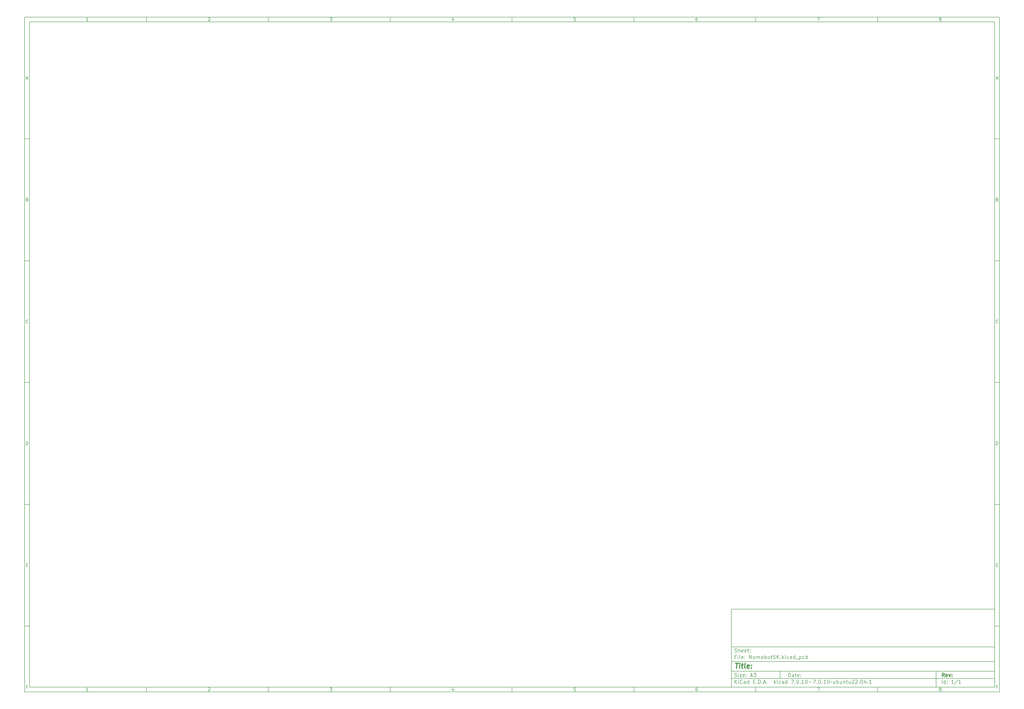
<source format=gbr>
%TF.GenerationSoftware,KiCad,Pcbnew,7.0.10-7.0.10~ubuntu22.04.1*%
%TF.CreationDate,2024-02-07T11:44:01+07:00*%
%TF.ProjectId,NomobotSK,4e6f6d6f-626f-4745-934b-2e6b69636164,rev?*%
%TF.SameCoordinates,Original*%
%TF.FileFunction,Glue,Top*%
%TF.FilePolarity,Positive*%
%FSLAX46Y46*%
G04 Gerber Fmt 4.6, Leading zero omitted, Abs format (unit mm)*
G04 Created by KiCad (PCBNEW 7.0.10-7.0.10~ubuntu22.04.1) date 2024-02-07 11:44:01*
%MOMM*%
%LPD*%
G01*
G04 APERTURE LIST*
%ADD10C,0.100000*%
%ADD11C,0.150000*%
%ADD12C,0.300000*%
%ADD13C,0.400000*%
G04 APERTURE END LIST*
D10*
D11*
X299989000Y-253002200D02*
X407989000Y-253002200D01*
X407989000Y-285002200D01*
X299989000Y-285002200D01*
X299989000Y-253002200D01*
D10*
D11*
X10000000Y-10000000D02*
X409989000Y-10000000D01*
X409989000Y-287002200D01*
X10000000Y-287002200D01*
X10000000Y-10000000D01*
D10*
D11*
X12000000Y-12000000D02*
X407989000Y-12000000D01*
X407989000Y-285002200D01*
X12000000Y-285002200D01*
X12000000Y-12000000D01*
D10*
D11*
X60000000Y-12000000D02*
X60000000Y-10000000D01*
D10*
D11*
X110000000Y-12000000D02*
X110000000Y-10000000D01*
D10*
D11*
X160000000Y-12000000D02*
X160000000Y-10000000D01*
D10*
D11*
X210000000Y-12000000D02*
X210000000Y-10000000D01*
D10*
D11*
X260000000Y-12000000D02*
X260000000Y-10000000D01*
D10*
D11*
X310000000Y-12000000D02*
X310000000Y-10000000D01*
D10*
D11*
X360000000Y-12000000D02*
X360000000Y-10000000D01*
D10*
D11*
X36089160Y-11593604D02*
X35346303Y-11593604D01*
X35717731Y-11593604D02*
X35717731Y-10293604D01*
X35717731Y-10293604D02*
X35593922Y-10479319D01*
X35593922Y-10479319D02*
X35470112Y-10603128D01*
X35470112Y-10603128D02*
X35346303Y-10665033D01*
D10*
D11*
X85346303Y-10417414D02*
X85408207Y-10355509D01*
X85408207Y-10355509D02*
X85532017Y-10293604D01*
X85532017Y-10293604D02*
X85841541Y-10293604D01*
X85841541Y-10293604D02*
X85965350Y-10355509D01*
X85965350Y-10355509D02*
X86027255Y-10417414D01*
X86027255Y-10417414D02*
X86089160Y-10541223D01*
X86089160Y-10541223D02*
X86089160Y-10665033D01*
X86089160Y-10665033D02*
X86027255Y-10850747D01*
X86027255Y-10850747D02*
X85284398Y-11593604D01*
X85284398Y-11593604D02*
X86089160Y-11593604D01*
D10*
D11*
X135284398Y-10293604D02*
X136089160Y-10293604D01*
X136089160Y-10293604D02*
X135655826Y-10788842D01*
X135655826Y-10788842D02*
X135841541Y-10788842D01*
X135841541Y-10788842D02*
X135965350Y-10850747D01*
X135965350Y-10850747D02*
X136027255Y-10912652D01*
X136027255Y-10912652D02*
X136089160Y-11036461D01*
X136089160Y-11036461D02*
X136089160Y-11345985D01*
X136089160Y-11345985D02*
X136027255Y-11469795D01*
X136027255Y-11469795D02*
X135965350Y-11531700D01*
X135965350Y-11531700D02*
X135841541Y-11593604D01*
X135841541Y-11593604D02*
X135470112Y-11593604D01*
X135470112Y-11593604D02*
X135346303Y-11531700D01*
X135346303Y-11531700D02*
X135284398Y-11469795D01*
D10*
D11*
X185965350Y-10726938D02*
X185965350Y-11593604D01*
X185655826Y-10231700D02*
X185346303Y-11160271D01*
X185346303Y-11160271D02*
X186151064Y-11160271D01*
D10*
D11*
X236027255Y-10293604D02*
X235408207Y-10293604D01*
X235408207Y-10293604D02*
X235346303Y-10912652D01*
X235346303Y-10912652D02*
X235408207Y-10850747D01*
X235408207Y-10850747D02*
X235532017Y-10788842D01*
X235532017Y-10788842D02*
X235841541Y-10788842D01*
X235841541Y-10788842D02*
X235965350Y-10850747D01*
X235965350Y-10850747D02*
X236027255Y-10912652D01*
X236027255Y-10912652D02*
X236089160Y-11036461D01*
X236089160Y-11036461D02*
X236089160Y-11345985D01*
X236089160Y-11345985D02*
X236027255Y-11469795D01*
X236027255Y-11469795D02*
X235965350Y-11531700D01*
X235965350Y-11531700D02*
X235841541Y-11593604D01*
X235841541Y-11593604D02*
X235532017Y-11593604D01*
X235532017Y-11593604D02*
X235408207Y-11531700D01*
X235408207Y-11531700D02*
X235346303Y-11469795D01*
D10*
D11*
X285965350Y-10293604D02*
X285717731Y-10293604D01*
X285717731Y-10293604D02*
X285593922Y-10355509D01*
X285593922Y-10355509D02*
X285532017Y-10417414D01*
X285532017Y-10417414D02*
X285408207Y-10603128D01*
X285408207Y-10603128D02*
X285346303Y-10850747D01*
X285346303Y-10850747D02*
X285346303Y-11345985D01*
X285346303Y-11345985D02*
X285408207Y-11469795D01*
X285408207Y-11469795D02*
X285470112Y-11531700D01*
X285470112Y-11531700D02*
X285593922Y-11593604D01*
X285593922Y-11593604D02*
X285841541Y-11593604D01*
X285841541Y-11593604D02*
X285965350Y-11531700D01*
X285965350Y-11531700D02*
X286027255Y-11469795D01*
X286027255Y-11469795D02*
X286089160Y-11345985D01*
X286089160Y-11345985D02*
X286089160Y-11036461D01*
X286089160Y-11036461D02*
X286027255Y-10912652D01*
X286027255Y-10912652D02*
X285965350Y-10850747D01*
X285965350Y-10850747D02*
X285841541Y-10788842D01*
X285841541Y-10788842D02*
X285593922Y-10788842D01*
X285593922Y-10788842D02*
X285470112Y-10850747D01*
X285470112Y-10850747D02*
X285408207Y-10912652D01*
X285408207Y-10912652D02*
X285346303Y-11036461D01*
D10*
D11*
X335284398Y-10293604D02*
X336151064Y-10293604D01*
X336151064Y-10293604D02*
X335593922Y-11593604D01*
D10*
D11*
X385593922Y-10850747D02*
X385470112Y-10788842D01*
X385470112Y-10788842D02*
X385408207Y-10726938D01*
X385408207Y-10726938D02*
X385346303Y-10603128D01*
X385346303Y-10603128D02*
X385346303Y-10541223D01*
X385346303Y-10541223D02*
X385408207Y-10417414D01*
X385408207Y-10417414D02*
X385470112Y-10355509D01*
X385470112Y-10355509D02*
X385593922Y-10293604D01*
X385593922Y-10293604D02*
X385841541Y-10293604D01*
X385841541Y-10293604D02*
X385965350Y-10355509D01*
X385965350Y-10355509D02*
X386027255Y-10417414D01*
X386027255Y-10417414D02*
X386089160Y-10541223D01*
X386089160Y-10541223D02*
X386089160Y-10603128D01*
X386089160Y-10603128D02*
X386027255Y-10726938D01*
X386027255Y-10726938D02*
X385965350Y-10788842D01*
X385965350Y-10788842D02*
X385841541Y-10850747D01*
X385841541Y-10850747D02*
X385593922Y-10850747D01*
X385593922Y-10850747D02*
X385470112Y-10912652D01*
X385470112Y-10912652D02*
X385408207Y-10974557D01*
X385408207Y-10974557D02*
X385346303Y-11098366D01*
X385346303Y-11098366D02*
X385346303Y-11345985D01*
X385346303Y-11345985D02*
X385408207Y-11469795D01*
X385408207Y-11469795D02*
X385470112Y-11531700D01*
X385470112Y-11531700D02*
X385593922Y-11593604D01*
X385593922Y-11593604D02*
X385841541Y-11593604D01*
X385841541Y-11593604D02*
X385965350Y-11531700D01*
X385965350Y-11531700D02*
X386027255Y-11469795D01*
X386027255Y-11469795D02*
X386089160Y-11345985D01*
X386089160Y-11345985D02*
X386089160Y-11098366D01*
X386089160Y-11098366D02*
X386027255Y-10974557D01*
X386027255Y-10974557D02*
X385965350Y-10912652D01*
X385965350Y-10912652D02*
X385841541Y-10850747D01*
D10*
D11*
X60000000Y-285002200D02*
X60000000Y-287002200D01*
D10*
D11*
X110000000Y-285002200D02*
X110000000Y-287002200D01*
D10*
D11*
X160000000Y-285002200D02*
X160000000Y-287002200D01*
D10*
D11*
X210000000Y-285002200D02*
X210000000Y-287002200D01*
D10*
D11*
X260000000Y-285002200D02*
X260000000Y-287002200D01*
D10*
D11*
X310000000Y-285002200D02*
X310000000Y-287002200D01*
D10*
D11*
X360000000Y-285002200D02*
X360000000Y-287002200D01*
D10*
D11*
X36089160Y-286595804D02*
X35346303Y-286595804D01*
X35717731Y-286595804D02*
X35717731Y-285295804D01*
X35717731Y-285295804D02*
X35593922Y-285481519D01*
X35593922Y-285481519D02*
X35470112Y-285605328D01*
X35470112Y-285605328D02*
X35346303Y-285667233D01*
D10*
D11*
X85346303Y-285419614D02*
X85408207Y-285357709D01*
X85408207Y-285357709D02*
X85532017Y-285295804D01*
X85532017Y-285295804D02*
X85841541Y-285295804D01*
X85841541Y-285295804D02*
X85965350Y-285357709D01*
X85965350Y-285357709D02*
X86027255Y-285419614D01*
X86027255Y-285419614D02*
X86089160Y-285543423D01*
X86089160Y-285543423D02*
X86089160Y-285667233D01*
X86089160Y-285667233D02*
X86027255Y-285852947D01*
X86027255Y-285852947D02*
X85284398Y-286595804D01*
X85284398Y-286595804D02*
X86089160Y-286595804D01*
D10*
D11*
X135284398Y-285295804D02*
X136089160Y-285295804D01*
X136089160Y-285295804D02*
X135655826Y-285791042D01*
X135655826Y-285791042D02*
X135841541Y-285791042D01*
X135841541Y-285791042D02*
X135965350Y-285852947D01*
X135965350Y-285852947D02*
X136027255Y-285914852D01*
X136027255Y-285914852D02*
X136089160Y-286038661D01*
X136089160Y-286038661D02*
X136089160Y-286348185D01*
X136089160Y-286348185D02*
X136027255Y-286471995D01*
X136027255Y-286471995D02*
X135965350Y-286533900D01*
X135965350Y-286533900D02*
X135841541Y-286595804D01*
X135841541Y-286595804D02*
X135470112Y-286595804D01*
X135470112Y-286595804D02*
X135346303Y-286533900D01*
X135346303Y-286533900D02*
X135284398Y-286471995D01*
D10*
D11*
X185965350Y-285729138D02*
X185965350Y-286595804D01*
X185655826Y-285233900D02*
X185346303Y-286162471D01*
X185346303Y-286162471D02*
X186151064Y-286162471D01*
D10*
D11*
X236027255Y-285295804D02*
X235408207Y-285295804D01*
X235408207Y-285295804D02*
X235346303Y-285914852D01*
X235346303Y-285914852D02*
X235408207Y-285852947D01*
X235408207Y-285852947D02*
X235532017Y-285791042D01*
X235532017Y-285791042D02*
X235841541Y-285791042D01*
X235841541Y-285791042D02*
X235965350Y-285852947D01*
X235965350Y-285852947D02*
X236027255Y-285914852D01*
X236027255Y-285914852D02*
X236089160Y-286038661D01*
X236089160Y-286038661D02*
X236089160Y-286348185D01*
X236089160Y-286348185D02*
X236027255Y-286471995D01*
X236027255Y-286471995D02*
X235965350Y-286533900D01*
X235965350Y-286533900D02*
X235841541Y-286595804D01*
X235841541Y-286595804D02*
X235532017Y-286595804D01*
X235532017Y-286595804D02*
X235408207Y-286533900D01*
X235408207Y-286533900D02*
X235346303Y-286471995D01*
D10*
D11*
X285965350Y-285295804D02*
X285717731Y-285295804D01*
X285717731Y-285295804D02*
X285593922Y-285357709D01*
X285593922Y-285357709D02*
X285532017Y-285419614D01*
X285532017Y-285419614D02*
X285408207Y-285605328D01*
X285408207Y-285605328D02*
X285346303Y-285852947D01*
X285346303Y-285852947D02*
X285346303Y-286348185D01*
X285346303Y-286348185D02*
X285408207Y-286471995D01*
X285408207Y-286471995D02*
X285470112Y-286533900D01*
X285470112Y-286533900D02*
X285593922Y-286595804D01*
X285593922Y-286595804D02*
X285841541Y-286595804D01*
X285841541Y-286595804D02*
X285965350Y-286533900D01*
X285965350Y-286533900D02*
X286027255Y-286471995D01*
X286027255Y-286471995D02*
X286089160Y-286348185D01*
X286089160Y-286348185D02*
X286089160Y-286038661D01*
X286089160Y-286038661D02*
X286027255Y-285914852D01*
X286027255Y-285914852D02*
X285965350Y-285852947D01*
X285965350Y-285852947D02*
X285841541Y-285791042D01*
X285841541Y-285791042D02*
X285593922Y-285791042D01*
X285593922Y-285791042D02*
X285470112Y-285852947D01*
X285470112Y-285852947D02*
X285408207Y-285914852D01*
X285408207Y-285914852D02*
X285346303Y-286038661D01*
D10*
D11*
X335284398Y-285295804D02*
X336151064Y-285295804D01*
X336151064Y-285295804D02*
X335593922Y-286595804D01*
D10*
D11*
X385593922Y-285852947D02*
X385470112Y-285791042D01*
X385470112Y-285791042D02*
X385408207Y-285729138D01*
X385408207Y-285729138D02*
X385346303Y-285605328D01*
X385346303Y-285605328D02*
X385346303Y-285543423D01*
X385346303Y-285543423D02*
X385408207Y-285419614D01*
X385408207Y-285419614D02*
X385470112Y-285357709D01*
X385470112Y-285357709D02*
X385593922Y-285295804D01*
X385593922Y-285295804D02*
X385841541Y-285295804D01*
X385841541Y-285295804D02*
X385965350Y-285357709D01*
X385965350Y-285357709D02*
X386027255Y-285419614D01*
X386027255Y-285419614D02*
X386089160Y-285543423D01*
X386089160Y-285543423D02*
X386089160Y-285605328D01*
X386089160Y-285605328D02*
X386027255Y-285729138D01*
X386027255Y-285729138D02*
X385965350Y-285791042D01*
X385965350Y-285791042D02*
X385841541Y-285852947D01*
X385841541Y-285852947D02*
X385593922Y-285852947D01*
X385593922Y-285852947D02*
X385470112Y-285914852D01*
X385470112Y-285914852D02*
X385408207Y-285976757D01*
X385408207Y-285976757D02*
X385346303Y-286100566D01*
X385346303Y-286100566D02*
X385346303Y-286348185D01*
X385346303Y-286348185D02*
X385408207Y-286471995D01*
X385408207Y-286471995D02*
X385470112Y-286533900D01*
X385470112Y-286533900D02*
X385593922Y-286595804D01*
X385593922Y-286595804D02*
X385841541Y-286595804D01*
X385841541Y-286595804D02*
X385965350Y-286533900D01*
X385965350Y-286533900D02*
X386027255Y-286471995D01*
X386027255Y-286471995D02*
X386089160Y-286348185D01*
X386089160Y-286348185D02*
X386089160Y-286100566D01*
X386089160Y-286100566D02*
X386027255Y-285976757D01*
X386027255Y-285976757D02*
X385965350Y-285914852D01*
X385965350Y-285914852D02*
X385841541Y-285852947D01*
D10*
D11*
X10000000Y-60000000D02*
X12000000Y-60000000D01*
D10*
D11*
X10000000Y-110000000D02*
X12000000Y-110000000D01*
D10*
D11*
X10000000Y-160000000D02*
X12000000Y-160000000D01*
D10*
D11*
X10000000Y-210000000D02*
X12000000Y-210000000D01*
D10*
D11*
X10000000Y-260000000D02*
X12000000Y-260000000D01*
D10*
D11*
X10690476Y-35222176D02*
X11309523Y-35222176D01*
X10566666Y-35593604D02*
X10999999Y-34293604D01*
X10999999Y-34293604D02*
X11433333Y-35593604D01*
D10*
D11*
X11092857Y-84912652D02*
X11278571Y-84974557D01*
X11278571Y-84974557D02*
X11340476Y-85036461D01*
X11340476Y-85036461D02*
X11402380Y-85160271D01*
X11402380Y-85160271D02*
X11402380Y-85345985D01*
X11402380Y-85345985D02*
X11340476Y-85469795D01*
X11340476Y-85469795D02*
X11278571Y-85531700D01*
X11278571Y-85531700D02*
X11154761Y-85593604D01*
X11154761Y-85593604D02*
X10659523Y-85593604D01*
X10659523Y-85593604D02*
X10659523Y-84293604D01*
X10659523Y-84293604D02*
X11092857Y-84293604D01*
X11092857Y-84293604D02*
X11216666Y-84355509D01*
X11216666Y-84355509D02*
X11278571Y-84417414D01*
X11278571Y-84417414D02*
X11340476Y-84541223D01*
X11340476Y-84541223D02*
X11340476Y-84665033D01*
X11340476Y-84665033D02*
X11278571Y-84788842D01*
X11278571Y-84788842D02*
X11216666Y-84850747D01*
X11216666Y-84850747D02*
X11092857Y-84912652D01*
X11092857Y-84912652D02*
X10659523Y-84912652D01*
D10*
D11*
X11402380Y-135469795D02*
X11340476Y-135531700D01*
X11340476Y-135531700D02*
X11154761Y-135593604D01*
X11154761Y-135593604D02*
X11030952Y-135593604D01*
X11030952Y-135593604D02*
X10845238Y-135531700D01*
X10845238Y-135531700D02*
X10721428Y-135407890D01*
X10721428Y-135407890D02*
X10659523Y-135284080D01*
X10659523Y-135284080D02*
X10597619Y-135036461D01*
X10597619Y-135036461D02*
X10597619Y-134850747D01*
X10597619Y-134850747D02*
X10659523Y-134603128D01*
X10659523Y-134603128D02*
X10721428Y-134479319D01*
X10721428Y-134479319D02*
X10845238Y-134355509D01*
X10845238Y-134355509D02*
X11030952Y-134293604D01*
X11030952Y-134293604D02*
X11154761Y-134293604D01*
X11154761Y-134293604D02*
X11340476Y-134355509D01*
X11340476Y-134355509D02*
X11402380Y-134417414D01*
D10*
D11*
X10659523Y-185593604D02*
X10659523Y-184293604D01*
X10659523Y-184293604D02*
X10969047Y-184293604D01*
X10969047Y-184293604D02*
X11154761Y-184355509D01*
X11154761Y-184355509D02*
X11278571Y-184479319D01*
X11278571Y-184479319D02*
X11340476Y-184603128D01*
X11340476Y-184603128D02*
X11402380Y-184850747D01*
X11402380Y-184850747D02*
X11402380Y-185036461D01*
X11402380Y-185036461D02*
X11340476Y-185284080D01*
X11340476Y-185284080D02*
X11278571Y-185407890D01*
X11278571Y-185407890D02*
X11154761Y-185531700D01*
X11154761Y-185531700D02*
X10969047Y-185593604D01*
X10969047Y-185593604D02*
X10659523Y-185593604D01*
D10*
D11*
X10721428Y-234912652D02*
X11154762Y-234912652D01*
X11340476Y-235593604D02*
X10721428Y-235593604D01*
X10721428Y-235593604D02*
X10721428Y-234293604D01*
X10721428Y-234293604D02*
X11340476Y-234293604D01*
D10*
D11*
X11185714Y-284912652D02*
X10752380Y-284912652D01*
X10752380Y-285593604D02*
X10752380Y-284293604D01*
X10752380Y-284293604D02*
X11371428Y-284293604D01*
D10*
D11*
X409989000Y-60000000D02*
X407989000Y-60000000D01*
D10*
D11*
X409989000Y-110000000D02*
X407989000Y-110000000D01*
D10*
D11*
X409989000Y-160000000D02*
X407989000Y-160000000D01*
D10*
D11*
X409989000Y-210000000D02*
X407989000Y-210000000D01*
D10*
D11*
X409989000Y-260000000D02*
X407989000Y-260000000D01*
D10*
D11*
X408679476Y-35222176D02*
X409298523Y-35222176D01*
X408555666Y-35593604D02*
X408988999Y-34293604D01*
X408988999Y-34293604D02*
X409422333Y-35593604D01*
D10*
D11*
X409081857Y-84912652D02*
X409267571Y-84974557D01*
X409267571Y-84974557D02*
X409329476Y-85036461D01*
X409329476Y-85036461D02*
X409391380Y-85160271D01*
X409391380Y-85160271D02*
X409391380Y-85345985D01*
X409391380Y-85345985D02*
X409329476Y-85469795D01*
X409329476Y-85469795D02*
X409267571Y-85531700D01*
X409267571Y-85531700D02*
X409143761Y-85593604D01*
X409143761Y-85593604D02*
X408648523Y-85593604D01*
X408648523Y-85593604D02*
X408648523Y-84293604D01*
X408648523Y-84293604D02*
X409081857Y-84293604D01*
X409081857Y-84293604D02*
X409205666Y-84355509D01*
X409205666Y-84355509D02*
X409267571Y-84417414D01*
X409267571Y-84417414D02*
X409329476Y-84541223D01*
X409329476Y-84541223D02*
X409329476Y-84665033D01*
X409329476Y-84665033D02*
X409267571Y-84788842D01*
X409267571Y-84788842D02*
X409205666Y-84850747D01*
X409205666Y-84850747D02*
X409081857Y-84912652D01*
X409081857Y-84912652D02*
X408648523Y-84912652D01*
D10*
D11*
X409391380Y-135469795D02*
X409329476Y-135531700D01*
X409329476Y-135531700D02*
X409143761Y-135593604D01*
X409143761Y-135593604D02*
X409019952Y-135593604D01*
X409019952Y-135593604D02*
X408834238Y-135531700D01*
X408834238Y-135531700D02*
X408710428Y-135407890D01*
X408710428Y-135407890D02*
X408648523Y-135284080D01*
X408648523Y-135284080D02*
X408586619Y-135036461D01*
X408586619Y-135036461D02*
X408586619Y-134850747D01*
X408586619Y-134850747D02*
X408648523Y-134603128D01*
X408648523Y-134603128D02*
X408710428Y-134479319D01*
X408710428Y-134479319D02*
X408834238Y-134355509D01*
X408834238Y-134355509D02*
X409019952Y-134293604D01*
X409019952Y-134293604D02*
X409143761Y-134293604D01*
X409143761Y-134293604D02*
X409329476Y-134355509D01*
X409329476Y-134355509D02*
X409391380Y-134417414D01*
D10*
D11*
X408648523Y-185593604D02*
X408648523Y-184293604D01*
X408648523Y-184293604D02*
X408958047Y-184293604D01*
X408958047Y-184293604D02*
X409143761Y-184355509D01*
X409143761Y-184355509D02*
X409267571Y-184479319D01*
X409267571Y-184479319D02*
X409329476Y-184603128D01*
X409329476Y-184603128D02*
X409391380Y-184850747D01*
X409391380Y-184850747D02*
X409391380Y-185036461D01*
X409391380Y-185036461D02*
X409329476Y-185284080D01*
X409329476Y-185284080D02*
X409267571Y-185407890D01*
X409267571Y-185407890D02*
X409143761Y-185531700D01*
X409143761Y-185531700D02*
X408958047Y-185593604D01*
X408958047Y-185593604D02*
X408648523Y-185593604D01*
D10*
D11*
X408710428Y-234912652D02*
X409143762Y-234912652D01*
X409329476Y-235593604D02*
X408710428Y-235593604D01*
X408710428Y-235593604D02*
X408710428Y-234293604D01*
X408710428Y-234293604D02*
X409329476Y-234293604D01*
D10*
D11*
X409174714Y-284912652D02*
X408741380Y-284912652D01*
X408741380Y-285593604D02*
X408741380Y-284293604D01*
X408741380Y-284293604D02*
X409360428Y-284293604D01*
D10*
D11*
X323444826Y-280788328D02*
X323444826Y-279288328D01*
X323444826Y-279288328D02*
X323801969Y-279288328D01*
X323801969Y-279288328D02*
X324016255Y-279359757D01*
X324016255Y-279359757D02*
X324159112Y-279502614D01*
X324159112Y-279502614D02*
X324230541Y-279645471D01*
X324230541Y-279645471D02*
X324301969Y-279931185D01*
X324301969Y-279931185D02*
X324301969Y-280145471D01*
X324301969Y-280145471D02*
X324230541Y-280431185D01*
X324230541Y-280431185D02*
X324159112Y-280574042D01*
X324159112Y-280574042D02*
X324016255Y-280716900D01*
X324016255Y-280716900D02*
X323801969Y-280788328D01*
X323801969Y-280788328D02*
X323444826Y-280788328D01*
X325587684Y-280788328D02*
X325587684Y-280002614D01*
X325587684Y-280002614D02*
X325516255Y-279859757D01*
X325516255Y-279859757D02*
X325373398Y-279788328D01*
X325373398Y-279788328D02*
X325087684Y-279788328D01*
X325087684Y-279788328D02*
X324944826Y-279859757D01*
X325587684Y-280716900D02*
X325444826Y-280788328D01*
X325444826Y-280788328D02*
X325087684Y-280788328D01*
X325087684Y-280788328D02*
X324944826Y-280716900D01*
X324944826Y-280716900D02*
X324873398Y-280574042D01*
X324873398Y-280574042D02*
X324873398Y-280431185D01*
X324873398Y-280431185D02*
X324944826Y-280288328D01*
X324944826Y-280288328D02*
X325087684Y-280216900D01*
X325087684Y-280216900D02*
X325444826Y-280216900D01*
X325444826Y-280216900D02*
X325587684Y-280145471D01*
X326087684Y-279788328D02*
X326659112Y-279788328D01*
X326301969Y-279288328D02*
X326301969Y-280574042D01*
X326301969Y-280574042D02*
X326373398Y-280716900D01*
X326373398Y-280716900D02*
X326516255Y-280788328D01*
X326516255Y-280788328D02*
X326659112Y-280788328D01*
X327730541Y-280716900D02*
X327587684Y-280788328D01*
X327587684Y-280788328D02*
X327301970Y-280788328D01*
X327301970Y-280788328D02*
X327159112Y-280716900D01*
X327159112Y-280716900D02*
X327087684Y-280574042D01*
X327087684Y-280574042D02*
X327087684Y-280002614D01*
X327087684Y-280002614D02*
X327159112Y-279859757D01*
X327159112Y-279859757D02*
X327301970Y-279788328D01*
X327301970Y-279788328D02*
X327587684Y-279788328D01*
X327587684Y-279788328D02*
X327730541Y-279859757D01*
X327730541Y-279859757D02*
X327801970Y-280002614D01*
X327801970Y-280002614D02*
X327801970Y-280145471D01*
X327801970Y-280145471D02*
X327087684Y-280288328D01*
X328444826Y-280645471D02*
X328516255Y-280716900D01*
X328516255Y-280716900D02*
X328444826Y-280788328D01*
X328444826Y-280788328D02*
X328373398Y-280716900D01*
X328373398Y-280716900D02*
X328444826Y-280645471D01*
X328444826Y-280645471D02*
X328444826Y-280788328D01*
X328444826Y-279859757D02*
X328516255Y-279931185D01*
X328516255Y-279931185D02*
X328444826Y-280002614D01*
X328444826Y-280002614D02*
X328373398Y-279931185D01*
X328373398Y-279931185D02*
X328444826Y-279859757D01*
X328444826Y-279859757D02*
X328444826Y-280002614D01*
D10*
D11*
X299989000Y-281502200D02*
X407989000Y-281502200D01*
D10*
D11*
X301444826Y-283588328D02*
X301444826Y-282088328D01*
X302301969Y-283588328D02*
X301659112Y-282731185D01*
X302301969Y-282088328D02*
X301444826Y-282945471D01*
X302944826Y-283588328D02*
X302944826Y-282588328D01*
X302944826Y-282088328D02*
X302873398Y-282159757D01*
X302873398Y-282159757D02*
X302944826Y-282231185D01*
X302944826Y-282231185D02*
X303016255Y-282159757D01*
X303016255Y-282159757D02*
X302944826Y-282088328D01*
X302944826Y-282088328D02*
X302944826Y-282231185D01*
X304516255Y-283445471D02*
X304444827Y-283516900D01*
X304444827Y-283516900D02*
X304230541Y-283588328D01*
X304230541Y-283588328D02*
X304087684Y-283588328D01*
X304087684Y-283588328D02*
X303873398Y-283516900D01*
X303873398Y-283516900D02*
X303730541Y-283374042D01*
X303730541Y-283374042D02*
X303659112Y-283231185D01*
X303659112Y-283231185D02*
X303587684Y-282945471D01*
X303587684Y-282945471D02*
X303587684Y-282731185D01*
X303587684Y-282731185D02*
X303659112Y-282445471D01*
X303659112Y-282445471D02*
X303730541Y-282302614D01*
X303730541Y-282302614D02*
X303873398Y-282159757D01*
X303873398Y-282159757D02*
X304087684Y-282088328D01*
X304087684Y-282088328D02*
X304230541Y-282088328D01*
X304230541Y-282088328D02*
X304444827Y-282159757D01*
X304444827Y-282159757D02*
X304516255Y-282231185D01*
X305801970Y-283588328D02*
X305801970Y-282802614D01*
X305801970Y-282802614D02*
X305730541Y-282659757D01*
X305730541Y-282659757D02*
X305587684Y-282588328D01*
X305587684Y-282588328D02*
X305301970Y-282588328D01*
X305301970Y-282588328D02*
X305159112Y-282659757D01*
X305801970Y-283516900D02*
X305659112Y-283588328D01*
X305659112Y-283588328D02*
X305301970Y-283588328D01*
X305301970Y-283588328D02*
X305159112Y-283516900D01*
X305159112Y-283516900D02*
X305087684Y-283374042D01*
X305087684Y-283374042D02*
X305087684Y-283231185D01*
X305087684Y-283231185D02*
X305159112Y-283088328D01*
X305159112Y-283088328D02*
X305301970Y-283016900D01*
X305301970Y-283016900D02*
X305659112Y-283016900D01*
X305659112Y-283016900D02*
X305801970Y-282945471D01*
X307159113Y-283588328D02*
X307159113Y-282088328D01*
X307159113Y-283516900D02*
X307016255Y-283588328D01*
X307016255Y-283588328D02*
X306730541Y-283588328D01*
X306730541Y-283588328D02*
X306587684Y-283516900D01*
X306587684Y-283516900D02*
X306516255Y-283445471D01*
X306516255Y-283445471D02*
X306444827Y-283302614D01*
X306444827Y-283302614D02*
X306444827Y-282874042D01*
X306444827Y-282874042D02*
X306516255Y-282731185D01*
X306516255Y-282731185D02*
X306587684Y-282659757D01*
X306587684Y-282659757D02*
X306730541Y-282588328D01*
X306730541Y-282588328D02*
X307016255Y-282588328D01*
X307016255Y-282588328D02*
X307159113Y-282659757D01*
X309016255Y-282802614D02*
X309516255Y-282802614D01*
X309730541Y-283588328D02*
X309016255Y-283588328D01*
X309016255Y-283588328D02*
X309016255Y-282088328D01*
X309016255Y-282088328D02*
X309730541Y-282088328D01*
X310373398Y-283445471D02*
X310444827Y-283516900D01*
X310444827Y-283516900D02*
X310373398Y-283588328D01*
X310373398Y-283588328D02*
X310301970Y-283516900D01*
X310301970Y-283516900D02*
X310373398Y-283445471D01*
X310373398Y-283445471D02*
X310373398Y-283588328D01*
X311087684Y-283588328D02*
X311087684Y-282088328D01*
X311087684Y-282088328D02*
X311444827Y-282088328D01*
X311444827Y-282088328D02*
X311659113Y-282159757D01*
X311659113Y-282159757D02*
X311801970Y-282302614D01*
X311801970Y-282302614D02*
X311873399Y-282445471D01*
X311873399Y-282445471D02*
X311944827Y-282731185D01*
X311944827Y-282731185D02*
X311944827Y-282945471D01*
X311944827Y-282945471D02*
X311873399Y-283231185D01*
X311873399Y-283231185D02*
X311801970Y-283374042D01*
X311801970Y-283374042D02*
X311659113Y-283516900D01*
X311659113Y-283516900D02*
X311444827Y-283588328D01*
X311444827Y-283588328D02*
X311087684Y-283588328D01*
X312587684Y-283445471D02*
X312659113Y-283516900D01*
X312659113Y-283516900D02*
X312587684Y-283588328D01*
X312587684Y-283588328D02*
X312516256Y-283516900D01*
X312516256Y-283516900D02*
X312587684Y-283445471D01*
X312587684Y-283445471D02*
X312587684Y-283588328D01*
X313230542Y-283159757D02*
X313944828Y-283159757D01*
X313087685Y-283588328D02*
X313587685Y-282088328D01*
X313587685Y-282088328D02*
X314087685Y-283588328D01*
X314587684Y-283445471D02*
X314659113Y-283516900D01*
X314659113Y-283516900D02*
X314587684Y-283588328D01*
X314587684Y-283588328D02*
X314516256Y-283516900D01*
X314516256Y-283516900D02*
X314587684Y-283445471D01*
X314587684Y-283445471D02*
X314587684Y-283588328D01*
X317587684Y-283588328D02*
X317587684Y-282088328D01*
X317730542Y-283016900D02*
X318159113Y-283588328D01*
X318159113Y-282588328D02*
X317587684Y-283159757D01*
X318801970Y-283588328D02*
X318801970Y-282588328D01*
X318801970Y-282088328D02*
X318730542Y-282159757D01*
X318730542Y-282159757D02*
X318801970Y-282231185D01*
X318801970Y-282231185D02*
X318873399Y-282159757D01*
X318873399Y-282159757D02*
X318801970Y-282088328D01*
X318801970Y-282088328D02*
X318801970Y-282231185D01*
X320159114Y-283516900D02*
X320016256Y-283588328D01*
X320016256Y-283588328D02*
X319730542Y-283588328D01*
X319730542Y-283588328D02*
X319587685Y-283516900D01*
X319587685Y-283516900D02*
X319516256Y-283445471D01*
X319516256Y-283445471D02*
X319444828Y-283302614D01*
X319444828Y-283302614D02*
X319444828Y-282874042D01*
X319444828Y-282874042D02*
X319516256Y-282731185D01*
X319516256Y-282731185D02*
X319587685Y-282659757D01*
X319587685Y-282659757D02*
X319730542Y-282588328D01*
X319730542Y-282588328D02*
X320016256Y-282588328D01*
X320016256Y-282588328D02*
X320159114Y-282659757D01*
X321444828Y-283588328D02*
X321444828Y-282802614D01*
X321444828Y-282802614D02*
X321373399Y-282659757D01*
X321373399Y-282659757D02*
X321230542Y-282588328D01*
X321230542Y-282588328D02*
X320944828Y-282588328D01*
X320944828Y-282588328D02*
X320801970Y-282659757D01*
X321444828Y-283516900D02*
X321301970Y-283588328D01*
X321301970Y-283588328D02*
X320944828Y-283588328D01*
X320944828Y-283588328D02*
X320801970Y-283516900D01*
X320801970Y-283516900D02*
X320730542Y-283374042D01*
X320730542Y-283374042D02*
X320730542Y-283231185D01*
X320730542Y-283231185D02*
X320801970Y-283088328D01*
X320801970Y-283088328D02*
X320944828Y-283016900D01*
X320944828Y-283016900D02*
X321301970Y-283016900D01*
X321301970Y-283016900D02*
X321444828Y-282945471D01*
X322801971Y-283588328D02*
X322801971Y-282088328D01*
X322801971Y-283516900D02*
X322659113Y-283588328D01*
X322659113Y-283588328D02*
X322373399Y-283588328D01*
X322373399Y-283588328D02*
X322230542Y-283516900D01*
X322230542Y-283516900D02*
X322159113Y-283445471D01*
X322159113Y-283445471D02*
X322087685Y-283302614D01*
X322087685Y-283302614D02*
X322087685Y-282874042D01*
X322087685Y-282874042D02*
X322159113Y-282731185D01*
X322159113Y-282731185D02*
X322230542Y-282659757D01*
X322230542Y-282659757D02*
X322373399Y-282588328D01*
X322373399Y-282588328D02*
X322659113Y-282588328D01*
X322659113Y-282588328D02*
X322801971Y-282659757D01*
X324516256Y-282088328D02*
X325516256Y-282088328D01*
X325516256Y-282088328D02*
X324873399Y-283588328D01*
X326087684Y-283445471D02*
X326159113Y-283516900D01*
X326159113Y-283516900D02*
X326087684Y-283588328D01*
X326087684Y-283588328D02*
X326016256Y-283516900D01*
X326016256Y-283516900D02*
X326087684Y-283445471D01*
X326087684Y-283445471D02*
X326087684Y-283588328D01*
X327087685Y-282088328D02*
X327230542Y-282088328D01*
X327230542Y-282088328D02*
X327373399Y-282159757D01*
X327373399Y-282159757D02*
X327444828Y-282231185D01*
X327444828Y-282231185D02*
X327516256Y-282374042D01*
X327516256Y-282374042D02*
X327587685Y-282659757D01*
X327587685Y-282659757D02*
X327587685Y-283016900D01*
X327587685Y-283016900D02*
X327516256Y-283302614D01*
X327516256Y-283302614D02*
X327444828Y-283445471D01*
X327444828Y-283445471D02*
X327373399Y-283516900D01*
X327373399Y-283516900D02*
X327230542Y-283588328D01*
X327230542Y-283588328D02*
X327087685Y-283588328D01*
X327087685Y-283588328D02*
X326944828Y-283516900D01*
X326944828Y-283516900D02*
X326873399Y-283445471D01*
X326873399Y-283445471D02*
X326801970Y-283302614D01*
X326801970Y-283302614D02*
X326730542Y-283016900D01*
X326730542Y-283016900D02*
X326730542Y-282659757D01*
X326730542Y-282659757D02*
X326801970Y-282374042D01*
X326801970Y-282374042D02*
X326873399Y-282231185D01*
X326873399Y-282231185D02*
X326944828Y-282159757D01*
X326944828Y-282159757D02*
X327087685Y-282088328D01*
X328230541Y-283445471D02*
X328301970Y-283516900D01*
X328301970Y-283516900D02*
X328230541Y-283588328D01*
X328230541Y-283588328D02*
X328159113Y-283516900D01*
X328159113Y-283516900D02*
X328230541Y-283445471D01*
X328230541Y-283445471D02*
X328230541Y-283588328D01*
X329730542Y-283588328D02*
X328873399Y-283588328D01*
X329301970Y-283588328D02*
X329301970Y-282088328D01*
X329301970Y-282088328D02*
X329159113Y-282302614D01*
X329159113Y-282302614D02*
X329016256Y-282445471D01*
X329016256Y-282445471D02*
X328873399Y-282516900D01*
X330659113Y-282088328D02*
X330801970Y-282088328D01*
X330801970Y-282088328D02*
X330944827Y-282159757D01*
X330944827Y-282159757D02*
X331016256Y-282231185D01*
X331016256Y-282231185D02*
X331087684Y-282374042D01*
X331087684Y-282374042D02*
X331159113Y-282659757D01*
X331159113Y-282659757D02*
X331159113Y-283016900D01*
X331159113Y-283016900D02*
X331087684Y-283302614D01*
X331087684Y-283302614D02*
X331016256Y-283445471D01*
X331016256Y-283445471D02*
X330944827Y-283516900D01*
X330944827Y-283516900D02*
X330801970Y-283588328D01*
X330801970Y-283588328D02*
X330659113Y-283588328D01*
X330659113Y-283588328D02*
X330516256Y-283516900D01*
X330516256Y-283516900D02*
X330444827Y-283445471D01*
X330444827Y-283445471D02*
X330373398Y-283302614D01*
X330373398Y-283302614D02*
X330301970Y-283016900D01*
X330301970Y-283016900D02*
X330301970Y-282659757D01*
X330301970Y-282659757D02*
X330373398Y-282374042D01*
X330373398Y-282374042D02*
X330444827Y-282231185D01*
X330444827Y-282231185D02*
X330516256Y-282159757D01*
X330516256Y-282159757D02*
X330659113Y-282088328D01*
X331801969Y-283016900D02*
X332944827Y-283016900D01*
X333516255Y-282088328D02*
X334516255Y-282088328D01*
X334516255Y-282088328D02*
X333873398Y-283588328D01*
X335087683Y-283445471D02*
X335159112Y-283516900D01*
X335159112Y-283516900D02*
X335087683Y-283588328D01*
X335087683Y-283588328D02*
X335016255Y-283516900D01*
X335016255Y-283516900D02*
X335087683Y-283445471D01*
X335087683Y-283445471D02*
X335087683Y-283588328D01*
X336087684Y-282088328D02*
X336230541Y-282088328D01*
X336230541Y-282088328D02*
X336373398Y-282159757D01*
X336373398Y-282159757D02*
X336444827Y-282231185D01*
X336444827Y-282231185D02*
X336516255Y-282374042D01*
X336516255Y-282374042D02*
X336587684Y-282659757D01*
X336587684Y-282659757D02*
X336587684Y-283016900D01*
X336587684Y-283016900D02*
X336516255Y-283302614D01*
X336516255Y-283302614D02*
X336444827Y-283445471D01*
X336444827Y-283445471D02*
X336373398Y-283516900D01*
X336373398Y-283516900D02*
X336230541Y-283588328D01*
X336230541Y-283588328D02*
X336087684Y-283588328D01*
X336087684Y-283588328D02*
X335944827Y-283516900D01*
X335944827Y-283516900D02*
X335873398Y-283445471D01*
X335873398Y-283445471D02*
X335801969Y-283302614D01*
X335801969Y-283302614D02*
X335730541Y-283016900D01*
X335730541Y-283016900D02*
X335730541Y-282659757D01*
X335730541Y-282659757D02*
X335801969Y-282374042D01*
X335801969Y-282374042D02*
X335873398Y-282231185D01*
X335873398Y-282231185D02*
X335944827Y-282159757D01*
X335944827Y-282159757D02*
X336087684Y-282088328D01*
X337230540Y-283445471D02*
X337301969Y-283516900D01*
X337301969Y-283516900D02*
X337230540Y-283588328D01*
X337230540Y-283588328D02*
X337159112Y-283516900D01*
X337159112Y-283516900D02*
X337230540Y-283445471D01*
X337230540Y-283445471D02*
X337230540Y-283588328D01*
X338730541Y-283588328D02*
X337873398Y-283588328D01*
X338301969Y-283588328D02*
X338301969Y-282088328D01*
X338301969Y-282088328D02*
X338159112Y-282302614D01*
X338159112Y-282302614D02*
X338016255Y-282445471D01*
X338016255Y-282445471D02*
X337873398Y-282516900D01*
X339659112Y-282088328D02*
X339801969Y-282088328D01*
X339801969Y-282088328D02*
X339944826Y-282159757D01*
X339944826Y-282159757D02*
X340016255Y-282231185D01*
X340016255Y-282231185D02*
X340087683Y-282374042D01*
X340087683Y-282374042D02*
X340159112Y-282659757D01*
X340159112Y-282659757D02*
X340159112Y-283016900D01*
X340159112Y-283016900D02*
X340087683Y-283302614D01*
X340087683Y-283302614D02*
X340016255Y-283445471D01*
X340016255Y-283445471D02*
X339944826Y-283516900D01*
X339944826Y-283516900D02*
X339801969Y-283588328D01*
X339801969Y-283588328D02*
X339659112Y-283588328D01*
X339659112Y-283588328D02*
X339516255Y-283516900D01*
X339516255Y-283516900D02*
X339444826Y-283445471D01*
X339444826Y-283445471D02*
X339373397Y-283302614D01*
X339373397Y-283302614D02*
X339301969Y-283016900D01*
X339301969Y-283016900D02*
X339301969Y-282659757D01*
X339301969Y-282659757D02*
X339373397Y-282374042D01*
X339373397Y-282374042D02*
X339444826Y-282231185D01*
X339444826Y-282231185D02*
X339516255Y-282159757D01*
X339516255Y-282159757D02*
X339659112Y-282088328D01*
X340587683Y-283016900D02*
X340659111Y-282945471D01*
X340659111Y-282945471D02*
X340801968Y-282874042D01*
X340801968Y-282874042D02*
X341087683Y-283016900D01*
X341087683Y-283016900D02*
X341230540Y-282945471D01*
X341230540Y-282945471D02*
X341301968Y-282874042D01*
X342516255Y-282588328D02*
X342516255Y-283588328D01*
X341873397Y-282588328D02*
X341873397Y-283374042D01*
X341873397Y-283374042D02*
X341944826Y-283516900D01*
X341944826Y-283516900D02*
X342087683Y-283588328D01*
X342087683Y-283588328D02*
X342301969Y-283588328D01*
X342301969Y-283588328D02*
X342444826Y-283516900D01*
X342444826Y-283516900D02*
X342516255Y-283445471D01*
X343230540Y-283588328D02*
X343230540Y-282088328D01*
X343230540Y-282659757D02*
X343373398Y-282588328D01*
X343373398Y-282588328D02*
X343659112Y-282588328D01*
X343659112Y-282588328D02*
X343801969Y-282659757D01*
X343801969Y-282659757D02*
X343873398Y-282731185D01*
X343873398Y-282731185D02*
X343944826Y-282874042D01*
X343944826Y-282874042D02*
X343944826Y-283302614D01*
X343944826Y-283302614D02*
X343873398Y-283445471D01*
X343873398Y-283445471D02*
X343801969Y-283516900D01*
X343801969Y-283516900D02*
X343659112Y-283588328D01*
X343659112Y-283588328D02*
X343373398Y-283588328D01*
X343373398Y-283588328D02*
X343230540Y-283516900D01*
X345230541Y-282588328D02*
X345230541Y-283588328D01*
X344587683Y-282588328D02*
X344587683Y-283374042D01*
X344587683Y-283374042D02*
X344659112Y-283516900D01*
X344659112Y-283516900D02*
X344801969Y-283588328D01*
X344801969Y-283588328D02*
X345016255Y-283588328D01*
X345016255Y-283588328D02*
X345159112Y-283516900D01*
X345159112Y-283516900D02*
X345230541Y-283445471D01*
X345944826Y-282588328D02*
X345944826Y-283588328D01*
X345944826Y-282731185D02*
X346016255Y-282659757D01*
X346016255Y-282659757D02*
X346159112Y-282588328D01*
X346159112Y-282588328D02*
X346373398Y-282588328D01*
X346373398Y-282588328D02*
X346516255Y-282659757D01*
X346516255Y-282659757D02*
X346587684Y-282802614D01*
X346587684Y-282802614D02*
X346587684Y-283588328D01*
X347087684Y-282588328D02*
X347659112Y-282588328D01*
X347301969Y-282088328D02*
X347301969Y-283374042D01*
X347301969Y-283374042D02*
X347373398Y-283516900D01*
X347373398Y-283516900D02*
X347516255Y-283588328D01*
X347516255Y-283588328D02*
X347659112Y-283588328D01*
X348801970Y-282588328D02*
X348801970Y-283588328D01*
X348159112Y-282588328D02*
X348159112Y-283374042D01*
X348159112Y-283374042D02*
X348230541Y-283516900D01*
X348230541Y-283516900D02*
X348373398Y-283588328D01*
X348373398Y-283588328D02*
X348587684Y-283588328D01*
X348587684Y-283588328D02*
X348730541Y-283516900D01*
X348730541Y-283516900D02*
X348801970Y-283445471D01*
X349444827Y-282231185D02*
X349516255Y-282159757D01*
X349516255Y-282159757D02*
X349659113Y-282088328D01*
X349659113Y-282088328D02*
X350016255Y-282088328D01*
X350016255Y-282088328D02*
X350159113Y-282159757D01*
X350159113Y-282159757D02*
X350230541Y-282231185D01*
X350230541Y-282231185D02*
X350301970Y-282374042D01*
X350301970Y-282374042D02*
X350301970Y-282516900D01*
X350301970Y-282516900D02*
X350230541Y-282731185D01*
X350230541Y-282731185D02*
X349373398Y-283588328D01*
X349373398Y-283588328D02*
X350301970Y-283588328D01*
X350873398Y-282231185D02*
X350944826Y-282159757D01*
X350944826Y-282159757D02*
X351087684Y-282088328D01*
X351087684Y-282088328D02*
X351444826Y-282088328D01*
X351444826Y-282088328D02*
X351587684Y-282159757D01*
X351587684Y-282159757D02*
X351659112Y-282231185D01*
X351659112Y-282231185D02*
X351730541Y-282374042D01*
X351730541Y-282374042D02*
X351730541Y-282516900D01*
X351730541Y-282516900D02*
X351659112Y-282731185D01*
X351659112Y-282731185D02*
X350801969Y-283588328D01*
X350801969Y-283588328D02*
X351730541Y-283588328D01*
X352373397Y-283445471D02*
X352444826Y-283516900D01*
X352444826Y-283516900D02*
X352373397Y-283588328D01*
X352373397Y-283588328D02*
X352301969Y-283516900D01*
X352301969Y-283516900D02*
X352373397Y-283445471D01*
X352373397Y-283445471D02*
X352373397Y-283588328D01*
X353373398Y-282088328D02*
X353516255Y-282088328D01*
X353516255Y-282088328D02*
X353659112Y-282159757D01*
X353659112Y-282159757D02*
X353730541Y-282231185D01*
X353730541Y-282231185D02*
X353801969Y-282374042D01*
X353801969Y-282374042D02*
X353873398Y-282659757D01*
X353873398Y-282659757D02*
X353873398Y-283016900D01*
X353873398Y-283016900D02*
X353801969Y-283302614D01*
X353801969Y-283302614D02*
X353730541Y-283445471D01*
X353730541Y-283445471D02*
X353659112Y-283516900D01*
X353659112Y-283516900D02*
X353516255Y-283588328D01*
X353516255Y-283588328D02*
X353373398Y-283588328D01*
X353373398Y-283588328D02*
X353230541Y-283516900D01*
X353230541Y-283516900D02*
X353159112Y-283445471D01*
X353159112Y-283445471D02*
X353087683Y-283302614D01*
X353087683Y-283302614D02*
X353016255Y-283016900D01*
X353016255Y-283016900D02*
X353016255Y-282659757D01*
X353016255Y-282659757D02*
X353087683Y-282374042D01*
X353087683Y-282374042D02*
X353159112Y-282231185D01*
X353159112Y-282231185D02*
X353230541Y-282159757D01*
X353230541Y-282159757D02*
X353373398Y-282088328D01*
X355159112Y-282588328D02*
X355159112Y-283588328D01*
X354801969Y-282016900D02*
X354444826Y-283088328D01*
X354444826Y-283088328D02*
X355373397Y-283088328D01*
X355944825Y-283445471D02*
X356016254Y-283516900D01*
X356016254Y-283516900D02*
X355944825Y-283588328D01*
X355944825Y-283588328D02*
X355873397Y-283516900D01*
X355873397Y-283516900D02*
X355944825Y-283445471D01*
X355944825Y-283445471D02*
X355944825Y-283588328D01*
X357444826Y-283588328D02*
X356587683Y-283588328D01*
X357016254Y-283588328D02*
X357016254Y-282088328D01*
X357016254Y-282088328D02*
X356873397Y-282302614D01*
X356873397Y-282302614D02*
X356730540Y-282445471D01*
X356730540Y-282445471D02*
X356587683Y-282516900D01*
D10*
D11*
X299989000Y-278502200D02*
X407989000Y-278502200D01*
D10*
D12*
X387400653Y-280780528D02*
X386900653Y-280066242D01*
X386543510Y-280780528D02*
X386543510Y-279280528D01*
X386543510Y-279280528D02*
X387114939Y-279280528D01*
X387114939Y-279280528D02*
X387257796Y-279351957D01*
X387257796Y-279351957D02*
X387329225Y-279423385D01*
X387329225Y-279423385D02*
X387400653Y-279566242D01*
X387400653Y-279566242D02*
X387400653Y-279780528D01*
X387400653Y-279780528D02*
X387329225Y-279923385D01*
X387329225Y-279923385D02*
X387257796Y-279994814D01*
X387257796Y-279994814D02*
X387114939Y-280066242D01*
X387114939Y-280066242D02*
X386543510Y-280066242D01*
X388614939Y-280709100D02*
X388472082Y-280780528D01*
X388472082Y-280780528D02*
X388186368Y-280780528D01*
X388186368Y-280780528D02*
X388043510Y-280709100D01*
X388043510Y-280709100D02*
X387972082Y-280566242D01*
X387972082Y-280566242D02*
X387972082Y-279994814D01*
X387972082Y-279994814D02*
X388043510Y-279851957D01*
X388043510Y-279851957D02*
X388186368Y-279780528D01*
X388186368Y-279780528D02*
X388472082Y-279780528D01*
X388472082Y-279780528D02*
X388614939Y-279851957D01*
X388614939Y-279851957D02*
X388686368Y-279994814D01*
X388686368Y-279994814D02*
X388686368Y-280137671D01*
X388686368Y-280137671D02*
X387972082Y-280280528D01*
X389186367Y-279780528D02*
X389543510Y-280780528D01*
X389543510Y-280780528D02*
X389900653Y-279780528D01*
X390472081Y-280637671D02*
X390543510Y-280709100D01*
X390543510Y-280709100D02*
X390472081Y-280780528D01*
X390472081Y-280780528D02*
X390400653Y-280709100D01*
X390400653Y-280709100D02*
X390472081Y-280637671D01*
X390472081Y-280637671D02*
X390472081Y-280780528D01*
X390472081Y-279851957D02*
X390543510Y-279923385D01*
X390543510Y-279923385D02*
X390472081Y-279994814D01*
X390472081Y-279994814D02*
X390400653Y-279923385D01*
X390400653Y-279923385D02*
X390472081Y-279851957D01*
X390472081Y-279851957D02*
X390472081Y-279994814D01*
D10*
D11*
X301373398Y-280716900D02*
X301587684Y-280788328D01*
X301587684Y-280788328D02*
X301944826Y-280788328D01*
X301944826Y-280788328D02*
X302087684Y-280716900D01*
X302087684Y-280716900D02*
X302159112Y-280645471D01*
X302159112Y-280645471D02*
X302230541Y-280502614D01*
X302230541Y-280502614D02*
X302230541Y-280359757D01*
X302230541Y-280359757D02*
X302159112Y-280216900D01*
X302159112Y-280216900D02*
X302087684Y-280145471D01*
X302087684Y-280145471D02*
X301944826Y-280074042D01*
X301944826Y-280074042D02*
X301659112Y-280002614D01*
X301659112Y-280002614D02*
X301516255Y-279931185D01*
X301516255Y-279931185D02*
X301444826Y-279859757D01*
X301444826Y-279859757D02*
X301373398Y-279716900D01*
X301373398Y-279716900D02*
X301373398Y-279574042D01*
X301373398Y-279574042D02*
X301444826Y-279431185D01*
X301444826Y-279431185D02*
X301516255Y-279359757D01*
X301516255Y-279359757D02*
X301659112Y-279288328D01*
X301659112Y-279288328D02*
X302016255Y-279288328D01*
X302016255Y-279288328D02*
X302230541Y-279359757D01*
X302873397Y-280788328D02*
X302873397Y-279788328D01*
X302873397Y-279288328D02*
X302801969Y-279359757D01*
X302801969Y-279359757D02*
X302873397Y-279431185D01*
X302873397Y-279431185D02*
X302944826Y-279359757D01*
X302944826Y-279359757D02*
X302873397Y-279288328D01*
X302873397Y-279288328D02*
X302873397Y-279431185D01*
X303444826Y-279788328D02*
X304230541Y-279788328D01*
X304230541Y-279788328D02*
X303444826Y-280788328D01*
X303444826Y-280788328D02*
X304230541Y-280788328D01*
X305373398Y-280716900D02*
X305230541Y-280788328D01*
X305230541Y-280788328D02*
X304944827Y-280788328D01*
X304944827Y-280788328D02*
X304801969Y-280716900D01*
X304801969Y-280716900D02*
X304730541Y-280574042D01*
X304730541Y-280574042D02*
X304730541Y-280002614D01*
X304730541Y-280002614D02*
X304801969Y-279859757D01*
X304801969Y-279859757D02*
X304944827Y-279788328D01*
X304944827Y-279788328D02*
X305230541Y-279788328D01*
X305230541Y-279788328D02*
X305373398Y-279859757D01*
X305373398Y-279859757D02*
X305444827Y-280002614D01*
X305444827Y-280002614D02*
X305444827Y-280145471D01*
X305444827Y-280145471D02*
X304730541Y-280288328D01*
X306087683Y-280645471D02*
X306159112Y-280716900D01*
X306159112Y-280716900D02*
X306087683Y-280788328D01*
X306087683Y-280788328D02*
X306016255Y-280716900D01*
X306016255Y-280716900D02*
X306087683Y-280645471D01*
X306087683Y-280645471D02*
X306087683Y-280788328D01*
X306087683Y-279859757D02*
X306159112Y-279931185D01*
X306159112Y-279931185D02*
X306087683Y-280002614D01*
X306087683Y-280002614D02*
X306016255Y-279931185D01*
X306016255Y-279931185D02*
X306087683Y-279859757D01*
X306087683Y-279859757D02*
X306087683Y-280002614D01*
X307873398Y-280359757D02*
X308587684Y-280359757D01*
X307730541Y-280788328D02*
X308230541Y-279288328D01*
X308230541Y-279288328D02*
X308730541Y-280788328D01*
X309087683Y-279288328D02*
X310016255Y-279288328D01*
X310016255Y-279288328D02*
X309516255Y-279859757D01*
X309516255Y-279859757D02*
X309730540Y-279859757D01*
X309730540Y-279859757D02*
X309873398Y-279931185D01*
X309873398Y-279931185D02*
X309944826Y-280002614D01*
X309944826Y-280002614D02*
X310016255Y-280145471D01*
X310016255Y-280145471D02*
X310016255Y-280502614D01*
X310016255Y-280502614D02*
X309944826Y-280645471D01*
X309944826Y-280645471D02*
X309873398Y-280716900D01*
X309873398Y-280716900D02*
X309730540Y-280788328D01*
X309730540Y-280788328D02*
X309301969Y-280788328D01*
X309301969Y-280788328D02*
X309159112Y-280716900D01*
X309159112Y-280716900D02*
X309087683Y-280645471D01*
D10*
D11*
X386444826Y-283588328D02*
X386444826Y-282088328D01*
X387801970Y-283588328D02*
X387801970Y-282088328D01*
X387801970Y-283516900D02*
X387659112Y-283588328D01*
X387659112Y-283588328D02*
X387373398Y-283588328D01*
X387373398Y-283588328D02*
X387230541Y-283516900D01*
X387230541Y-283516900D02*
X387159112Y-283445471D01*
X387159112Y-283445471D02*
X387087684Y-283302614D01*
X387087684Y-283302614D02*
X387087684Y-282874042D01*
X387087684Y-282874042D02*
X387159112Y-282731185D01*
X387159112Y-282731185D02*
X387230541Y-282659757D01*
X387230541Y-282659757D02*
X387373398Y-282588328D01*
X387373398Y-282588328D02*
X387659112Y-282588328D01*
X387659112Y-282588328D02*
X387801970Y-282659757D01*
X388516255Y-283445471D02*
X388587684Y-283516900D01*
X388587684Y-283516900D02*
X388516255Y-283588328D01*
X388516255Y-283588328D02*
X388444827Y-283516900D01*
X388444827Y-283516900D02*
X388516255Y-283445471D01*
X388516255Y-283445471D02*
X388516255Y-283588328D01*
X388516255Y-282659757D02*
X388587684Y-282731185D01*
X388587684Y-282731185D02*
X388516255Y-282802614D01*
X388516255Y-282802614D02*
X388444827Y-282731185D01*
X388444827Y-282731185D02*
X388516255Y-282659757D01*
X388516255Y-282659757D02*
X388516255Y-282802614D01*
X391159113Y-283588328D02*
X390301970Y-283588328D01*
X390730541Y-283588328D02*
X390730541Y-282088328D01*
X390730541Y-282088328D02*
X390587684Y-282302614D01*
X390587684Y-282302614D02*
X390444827Y-282445471D01*
X390444827Y-282445471D02*
X390301970Y-282516900D01*
X392873398Y-282016900D02*
X391587684Y-283945471D01*
X394159113Y-283588328D02*
X393301970Y-283588328D01*
X393730541Y-283588328D02*
X393730541Y-282088328D01*
X393730541Y-282088328D02*
X393587684Y-282302614D01*
X393587684Y-282302614D02*
X393444827Y-282445471D01*
X393444827Y-282445471D02*
X393301970Y-282516900D01*
D10*
D11*
X299989000Y-274502200D02*
X407989000Y-274502200D01*
D10*
D13*
X301680728Y-275206638D02*
X302823585Y-275206638D01*
X302002157Y-277206638D02*
X302252157Y-275206638D01*
X303240252Y-277206638D02*
X303406919Y-275873304D01*
X303490252Y-275206638D02*
X303383109Y-275301876D01*
X303383109Y-275301876D02*
X303466443Y-275397114D01*
X303466443Y-275397114D02*
X303573586Y-275301876D01*
X303573586Y-275301876D02*
X303490252Y-275206638D01*
X303490252Y-275206638D02*
X303466443Y-275397114D01*
X304073586Y-275873304D02*
X304835490Y-275873304D01*
X304442633Y-275206638D02*
X304228348Y-276920923D01*
X304228348Y-276920923D02*
X304299776Y-277111400D01*
X304299776Y-277111400D02*
X304478348Y-277206638D01*
X304478348Y-277206638D02*
X304668824Y-277206638D01*
X305621205Y-277206638D02*
X305442633Y-277111400D01*
X305442633Y-277111400D02*
X305371205Y-276920923D01*
X305371205Y-276920923D02*
X305585490Y-275206638D01*
X307156919Y-277111400D02*
X306954538Y-277206638D01*
X306954538Y-277206638D02*
X306573585Y-277206638D01*
X306573585Y-277206638D02*
X306395014Y-277111400D01*
X306395014Y-277111400D02*
X306323585Y-276920923D01*
X306323585Y-276920923D02*
X306418824Y-276159019D01*
X306418824Y-276159019D02*
X306537871Y-275968542D01*
X306537871Y-275968542D02*
X306740252Y-275873304D01*
X306740252Y-275873304D02*
X307121204Y-275873304D01*
X307121204Y-275873304D02*
X307299776Y-275968542D01*
X307299776Y-275968542D02*
X307371204Y-276159019D01*
X307371204Y-276159019D02*
X307347395Y-276349495D01*
X307347395Y-276349495D02*
X306371204Y-276539971D01*
X308121205Y-277016161D02*
X308204538Y-277111400D01*
X308204538Y-277111400D02*
X308097395Y-277206638D01*
X308097395Y-277206638D02*
X308014062Y-277111400D01*
X308014062Y-277111400D02*
X308121205Y-277016161D01*
X308121205Y-277016161D02*
X308097395Y-277206638D01*
X308252157Y-275968542D02*
X308335490Y-276063780D01*
X308335490Y-276063780D02*
X308228348Y-276159019D01*
X308228348Y-276159019D02*
X308145014Y-276063780D01*
X308145014Y-276063780D02*
X308252157Y-275968542D01*
X308252157Y-275968542D02*
X308228348Y-276159019D01*
D10*
D11*
X301944826Y-272602614D02*
X301444826Y-272602614D01*
X301444826Y-273388328D02*
X301444826Y-271888328D01*
X301444826Y-271888328D02*
X302159112Y-271888328D01*
X302730540Y-273388328D02*
X302730540Y-272388328D01*
X302730540Y-271888328D02*
X302659112Y-271959757D01*
X302659112Y-271959757D02*
X302730540Y-272031185D01*
X302730540Y-272031185D02*
X302801969Y-271959757D01*
X302801969Y-271959757D02*
X302730540Y-271888328D01*
X302730540Y-271888328D02*
X302730540Y-272031185D01*
X303659112Y-273388328D02*
X303516255Y-273316900D01*
X303516255Y-273316900D02*
X303444826Y-273174042D01*
X303444826Y-273174042D02*
X303444826Y-271888328D01*
X304801969Y-273316900D02*
X304659112Y-273388328D01*
X304659112Y-273388328D02*
X304373398Y-273388328D01*
X304373398Y-273388328D02*
X304230540Y-273316900D01*
X304230540Y-273316900D02*
X304159112Y-273174042D01*
X304159112Y-273174042D02*
X304159112Y-272602614D01*
X304159112Y-272602614D02*
X304230540Y-272459757D01*
X304230540Y-272459757D02*
X304373398Y-272388328D01*
X304373398Y-272388328D02*
X304659112Y-272388328D01*
X304659112Y-272388328D02*
X304801969Y-272459757D01*
X304801969Y-272459757D02*
X304873398Y-272602614D01*
X304873398Y-272602614D02*
X304873398Y-272745471D01*
X304873398Y-272745471D02*
X304159112Y-272888328D01*
X305516254Y-273245471D02*
X305587683Y-273316900D01*
X305587683Y-273316900D02*
X305516254Y-273388328D01*
X305516254Y-273388328D02*
X305444826Y-273316900D01*
X305444826Y-273316900D02*
X305516254Y-273245471D01*
X305516254Y-273245471D02*
X305516254Y-273388328D01*
X305516254Y-272459757D02*
X305587683Y-272531185D01*
X305587683Y-272531185D02*
X305516254Y-272602614D01*
X305516254Y-272602614D02*
X305444826Y-272531185D01*
X305444826Y-272531185D02*
X305516254Y-272459757D01*
X305516254Y-272459757D02*
X305516254Y-272602614D01*
X307373397Y-273388328D02*
X307373397Y-271888328D01*
X307373397Y-271888328D02*
X308230540Y-273388328D01*
X308230540Y-273388328D02*
X308230540Y-271888328D01*
X309159112Y-273388328D02*
X309016255Y-273316900D01*
X309016255Y-273316900D02*
X308944826Y-273245471D01*
X308944826Y-273245471D02*
X308873398Y-273102614D01*
X308873398Y-273102614D02*
X308873398Y-272674042D01*
X308873398Y-272674042D02*
X308944826Y-272531185D01*
X308944826Y-272531185D02*
X309016255Y-272459757D01*
X309016255Y-272459757D02*
X309159112Y-272388328D01*
X309159112Y-272388328D02*
X309373398Y-272388328D01*
X309373398Y-272388328D02*
X309516255Y-272459757D01*
X309516255Y-272459757D02*
X309587684Y-272531185D01*
X309587684Y-272531185D02*
X309659112Y-272674042D01*
X309659112Y-272674042D02*
X309659112Y-273102614D01*
X309659112Y-273102614D02*
X309587684Y-273245471D01*
X309587684Y-273245471D02*
X309516255Y-273316900D01*
X309516255Y-273316900D02*
X309373398Y-273388328D01*
X309373398Y-273388328D02*
X309159112Y-273388328D01*
X310301969Y-273388328D02*
X310301969Y-272388328D01*
X310301969Y-272531185D02*
X310373398Y-272459757D01*
X310373398Y-272459757D02*
X310516255Y-272388328D01*
X310516255Y-272388328D02*
X310730541Y-272388328D01*
X310730541Y-272388328D02*
X310873398Y-272459757D01*
X310873398Y-272459757D02*
X310944827Y-272602614D01*
X310944827Y-272602614D02*
X310944827Y-273388328D01*
X310944827Y-272602614D02*
X311016255Y-272459757D01*
X311016255Y-272459757D02*
X311159112Y-272388328D01*
X311159112Y-272388328D02*
X311373398Y-272388328D01*
X311373398Y-272388328D02*
X311516255Y-272459757D01*
X311516255Y-272459757D02*
X311587684Y-272602614D01*
X311587684Y-272602614D02*
X311587684Y-273388328D01*
X312516255Y-273388328D02*
X312373398Y-273316900D01*
X312373398Y-273316900D02*
X312301969Y-273245471D01*
X312301969Y-273245471D02*
X312230541Y-273102614D01*
X312230541Y-273102614D02*
X312230541Y-272674042D01*
X312230541Y-272674042D02*
X312301969Y-272531185D01*
X312301969Y-272531185D02*
X312373398Y-272459757D01*
X312373398Y-272459757D02*
X312516255Y-272388328D01*
X312516255Y-272388328D02*
X312730541Y-272388328D01*
X312730541Y-272388328D02*
X312873398Y-272459757D01*
X312873398Y-272459757D02*
X312944827Y-272531185D01*
X312944827Y-272531185D02*
X313016255Y-272674042D01*
X313016255Y-272674042D02*
X313016255Y-273102614D01*
X313016255Y-273102614D02*
X312944827Y-273245471D01*
X312944827Y-273245471D02*
X312873398Y-273316900D01*
X312873398Y-273316900D02*
X312730541Y-273388328D01*
X312730541Y-273388328D02*
X312516255Y-273388328D01*
X313659112Y-273388328D02*
X313659112Y-271888328D01*
X313659112Y-272459757D02*
X313801970Y-272388328D01*
X313801970Y-272388328D02*
X314087684Y-272388328D01*
X314087684Y-272388328D02*
X314230541Y-272459757D01*
X314230541Y-272459757D02*
X314301970Y-272531185D01*
X314301970Y-272531185D02*
X314373398Y-272674042D01*
X314373398Y-272674042D02*
X314373398Y-273102614D01*
X314373398Y-273102614D02*
X314301970Y-273245471D01*
X314301970Y-273245471D02*
X314230541Y-273316900D01*
X314230541Y-273316900D02*
X314087684Y-273388328D01*
X314087684Y-273388328D02*
X313801970Y-273388328D01*
X313801970Y-273388328D02*
X313659112Y-273316900D01*
X315230541Y-273388328D02*
X315087684Y-273316900D01*
X315087684Y-273316900D02*
X315016255Y-273245471D01*
X315016255Y-273245471D02*
X314944827Y-273102614D01*
X314944827Y-273102614D02*
X314944827Y-272674042D01*
X314944827Y-272674042D02*
X315016255Y-272531185D01*
X315016255Y-272531185D02*
X315087684Y-272459757D01*
X315087684Y-272459757D02*
X315230541Y-272388328D01*
X315230541Y-272388328D02*
X315444827Y-272388328D01*
X315444827Y-272388328D02*
X315587684Y-272459757D01*
X315587684Y-272459757D02*
X315659113Y-272531185D01*
X315659113Y-272531185D02*
X315730541Y-272674042D01*
X315730541Y-272674042D02*
X315730541Y-273102614D01*
X315730541Y-273102614D02*
X315659113Y-273245471D01*
X315659113Y-273245471D02*
X315587684Y-273316900D01*
X315587684Y-273316900D02*
X315444827Y-273388328D01*
X315444827Y-273388328D02*
X315230541Y-273388328D01*
X316159113Y-272388328D02*
X316730541Y-272388328D01*
X316373398Y-271888328D02*
X316373398Y-273174042D01*
X316373398Y-273174042D02*
X316444827Y-273316900D01*
X316444827Y-273316900D02*
X316587684Y-273388328D01*
X316587684Y-273388328D02*
X316730541Y-273388328D01*
X317159113Y-273316900D02*
X317373399Y-273388328D01*
X317373399Y-273388328D02*
X317730541Y-273388328D01*
X317730541Y-273388328D02*
X317873399Y-273316900D01*
X317873399Y-273316900D02*
X317944827Y-273245471D01*
X317944827Y-273245471D02*
X318016256Y-273102614D01*
X318016256Y-273102614D02*
X318016256Y-272959757D01*
X318016256Y-272959757D02*
X317944827Y-272816900D01*
X317944827Y-272816900D02*
X317873399Y-272745471D01*
X317873399Y-272745471D02*
X317730541Y-272674042D01*
X317730541Y-272674042D02*
X317444827Y-272602614D01*
X317444827Y-272602614D02*
X317301970Y-272531185D01*
X317301970Y-272531185D02*
X317230541Y-272459757D01*
X317230541Y-272459757D02*
X317159113Y-272316900D01*
X317159113Y-272316900D02*
X317159113Y-272174042D01*
X317159113Y-272174042D02*
X317230541Y-272031185D01*
X317230541Y-272031185D02*
X317301970Y-271959757D01*
X317301970Y-271959757D02*
X317444827Y-271888328D01*
X317444827Y-271888328D02*
X317801970Y-271888328D01*
X317801970Y-271888328D02*
X318016256Y-271959757D01*
X318659112Y-273388328D02*
X318659112Y-271888328D01*
X319516255Y-273388328D02*
X318873398Y-272531185D01*
X319516255Y-271888328D02*
X318659112Y-272745471D01*
X320159112Y-273245471D02*
X320230541Y-273316900D01*
X320230541Y-273316900D02*
X320159112Y-273388328D01*
X320159112Y-273388328D02*
X320087684Y-273316900D01*
X320087684Y-273316900D02*
X320159112Y-273245471D01*
X320159112Y-273245471D02*
X320159112Y-273388328D01*
X320873398Y-273388328D02*
X320873398Y-271888328D01*
X321016256Y-272816900D02*
X321444827Y-273388328D01*
X321444827Y-272388328D02*
X320873398Y-272959757D01*
X322087684Y-273388328D02*
X322087684Y-272388328D01*
X322087684Y-271888328D02*
X322016256Y-271959757D01*
X322016256Y-271959757D02*
X322087684Y-272031185D01*
X322087684Y-272031185D02*
X322159113Y-271959757D01*
X322159113Y-271959757D02*
X322087684Y-271888328D01*
X322087684Y-271888328D02*
X322087684Y-272031185D01*
X323444828Y-273316900D02*
X323301970Y-273388328D01*
X323301970Y-273388328D02*
X323016256Y-273388328D01*
X323016256Y-273388328D02*
X322873399Y-273316900D01*
X322873399Y-273316900D02*
X322801970Y-273245471D01*
X322801970Y-273245471D02*
X322730542Y-273102614D01*
X322730542Y-273102614D02*
X322730542Y-272674042D01*
X322730542Y-272674042D02*
X322801970Y-272531185D01*
X322801970Y-272531185D02*
X322873399Y-272459757D01*
X322873399Y-272459757D02*
X323016256Y-272388328D01*
X323016256Y-272388328D02*
X323301970Y-272388328D01*
X323301970Y-272388328D02*
X323444828Y-272459757D01*
X324730542Y-273388328D02*
X324730542Y-272602614D01*
X324730542Y-272602614D02*
X324659113Y-272459757D01*
X324659113Y-272459757D02*
X324516256Y-272388328D01*
X324516256Y-272388328D02*
X324230542Y-272388328D01*
X324230542Y-272388328D02*
X324087684Y-272459757D01*
X324730542Y-273316900D02*
X324587684Y-273388328D01*
X324587684Y-273388328D02*
X324230542Y-273388328D01*
X324230542Y-273388328D02*
X324087684Y-273316900D01*
X324087684Y-273316900D02*
X324016256Y-273174042D01*
X324016256Y-273174042D02*
X324016256Y-273031185D01*
X324016256Y-273031185D02*
X324087684Y-272888328D01*
X324087684Y-272888328D02*
X324230542Y-272816900D01*
X324230542Y-272816900D02*
X324587684Y-272816900D01*
X324587684Y-272816900D02*
X324730542Y-272745471D01*
X326087685Y-273388328D02*
X326087685Y-271888328D01*
X326087685Y-273316900D02*
X325944827Y-273388328D01*
X325944827Y-273388328D02*
X325659113Y-273388328D01*
X325659113Y-273388328D02*
X325516256Y-273316900D01*
X325516256Y-273316900D02*
X325444827Y-273245471D01*
X325444827Y-273245471D02*
X325373399Y-273102614D01*
X325373399Y-273102614D02*
X325373399Y-272674042D01*
X325373399Y-272674042D02*
X325444827Y-272531185D01*
X325444827Y-272531185D02*
X325516256Y-272459757D01*
X325516256Y-272459757D02*
X325659113Y-272388328D01*
X325659113Y-272388328D02*
X325944827Y-272388328D01*
X325944827Y-272388328D02*
X326087685Y-272459757D01*
X326444828Y-273531185D02*
X327587685Y-273531185D01*
X327944827Y-272388328D02*
X327944827Y-273888328D01*
X327944827Y-272459757D02*
X328087685Y-272388328D01*
X328087685Y-272388328D02*
X328373399Y-272388328D01*
X328373399Y-272388328D02*
X328516256Y-272459757D01*
X328516256Y-272459757D02*
X328587685Y-272531185D01*
X328587685Y-272531185D02*
X328659113Y-272674042D01*
X328659113Y-272674042D02*
X328659113Y-273102614D01*
X328659113Y-273102614D02*
X328587685Y-273245471D01*
X328587685Y-273245471D02*
X328516256Y-273316900D01*
X328516256Y-273316900D02*
X328373399Y-273388328D01*
X328373399Y-273388328D02*
X328087685Y-273388328D01*
X328087685Y-273388328D02*
X327944827Y-273316900D01*
X329944828Y-273316900D02*
X329801970Y-273388328D01*
X329801970Y-273388328D02*
X329516256Y-273388328D01*
X329516256Y-273388328D02*
X329373399Y-273316900D01*
X329373399Y-273316900D02*
X329301970Y-273245471D01*
X329301970Y-273245471D02*
X329230542Y-273102614D01*
X329230542Y-273102614D02*
X329230542Y-272674042D01*
X329230542Y-272674042D02*
X329301970Y-272531185D01*
X329301970Y-272531185D02*
X329373399Y-272459757D01*
X329373399Y-272459757D02*
X329516256Y-272388328D01*
X329516256Y-272388328D02*
X329801970Y-272388328D01*
X329801970Y-272388328D02*
X329944828Y-272459757D01*
X330587684Y-273388328D02*
X330587684Y-271888328D01*
X330587684Y-272459757D02*
X330730542Y-272388328D01*
X330730542Y-272388328D02*
X331016256Y-272388328D01*
X331016256Y-272388328D02*
X331159113Y-272459757D01*
X331159113Y-272459757D02*
X331230542Y-272531185D01*
X331230542Y-272531185D02*
X331301970Y-272674042D01*
X331301970Y-272674042D02*
X331301970Y-273102614D01*
X331301970Y-273102614D02*
X331230542Y-273245471D01*
X331230542Y-273245471D02*
X331159113Y-273316900D01*
X331159113Y-273316900D02*
X331016256Y-273388328D01*
X331016256Y-273388328D02*
X330730542Y-273388328D01*
X330730542Y-273388328D02*
X330587684Y-273316900D01*
D10*
D11*
X299989000Y-268502200D02*
X407989000Y-268502200D01*
D10*
D11*
X301373398Y-270616900D02*
X301587684Y-270688328D01*
X301587684Y-270688328D02*
X301944826Y-270688328D01*
X301944826Y-270688328D02*
X302087684Y-270616900D01*
X302087684Y-270616900D02*
X302159112Y-270545471D01*
X302159112Y-270545471D02*
X302230541Y-270402614D01*
X302230541Y-270402614D02*
X302230541Y-270259757D01*
X302230541Y-270259757D02*
X302159112Y-270116900D01*
X302159112Y-270116900D02*
X302087684Y-270045471D01*
X302087684Y-270045471D02*
X301944826Y-269974042D01*
X301944826Y-269974042D02*
X301659112Y-269902614D01*
X301659112Y-269902614D02*
X301516255Y-269831185D01*
X301516255Y-269831185D02*
X301444826Y-269759757D01*
X301444826Y-269759757D02*
X301373398Y-269616900D01*
X301373398Y-269616900D02*
X301373398Y-269474042D01*
X301373398Y-269474042D02*
X301444826Y-269331185D01*
X301444826Y-269331185D02*
X301516255Y-269259757D01*
X301516255Y-269259757D02*
X301659112Y-269188328D01*
X301659112Y-269188328D02*
X302016255Y-269188328D01*
X302016255Y-269188328D02*
X302230541Y-269259757D01*
X302873397Y-270688328D02*
X302873397Y-269188328D01*
X303516255Y-270688328D02*
X303516255Y-269902614D01*
X303516255Y-269902614D02*
X303444826Y-269759757D01*
X303444826Y-269759757D02*
X303301969Y-269688328D01*
X303301969Y-269688328D02*
X303087683Y-269688328D01*
X303087683Y-269688328D02*
X302944826Y-269759757D01*
X302944826Y-269759757D02*
X302873397Y-269831185D01*
X304801969Y-270616900D02*
X304659112Y-270688328D01*
X304659112Y-270688328D02*
X304373398Y-270688328D01*
X304373398Y-270688328D02*
X304230540Y-270616900D01*
X304230540Y-270616900D02*
X304159112Y-270474042D01*
X304159112Y-270474042D02*
X304159112Y-269902614D01*
X304159112Y-269902614D02*
X304230540Y-269759757D01*
X304230540Y-269759757D02*
X304373398Y-269688328D01*
X304373398Y-269688328D02*
X304659112Y-269688328D01*
X304659112Y-269688328D02*
X304801969Y-269759757D01*
X304801969Y-269759757D02*
X304873398Y-269902614D01*
X304873398Y-269902614D02*
X304873398Y-270045471D01*
X304873398Y-270045471D02*
X304159112Y-270188328D01*
X306087683Y-270616900D02*
X305944826Y-270688328D01*
X305944826Y-270688328D02*
X305659112Y-270688328D01*
X305659112Y-270688328D02*
X305516254Y-270616900D01*
X305516254Y-270616900D02*
X305444826Y-270474042D01*
X305444826Y-270474042D02*
X305444826Y-269902614D01*
X305444826Y-269902614D02*
X305516254Y-269759757D01*
X305516254Y-269759757D02*
X305659112Y-269688328D01*
X305659112Y-269688328D02*
X305944826Y-269688328D01*
X305944826Y-269688328D02*
X306087683Y-269759757D01*
X306087683Y-269759757D02*
X306159112Y-269902614D01*
X306159112Y-269902614D02*
X306159112Y-270045471D01*
X306159112Y-270045471D02*
X305444826Y-270188328D01*
X306587683Y-269688328D02*
X307159111Y-269688328D01*
X306801968Y-269188328D02*
X306801968Y-270474042D01*
X306801968Y-270474042D02*
X306873397Y-270616900D01*
X306873397Y-270616900D02*
X307016254Y-270688328D01*
X307016254Y-270688328D02*
X307159111Y-270688328D01*
X307659111Y-270545471D02*
X307730540Y-270616900D01*
X307730540Y-270616900D02*
X307659111Y-270688328D01*
X307659111Y-270688328D02*
X307587683Y-270616900D01*
X307587683Y-270616900D02*
X307659111Y-270545471D01*
X307659111Y-270545471D02*
X307659111Y-270688328D01*
X307659111Y-269759757D02*
X307730540Y-269831185D01*
X307730540Y-269831185D02*
X307659111Y-269902614D01*
X307659111Y-269902614D02*
X307587683Y-269831185D01*
X307587683Y-269831185D02*
X307659111Y-269759757D01*
X307659111Y-269759757D02*
X307659111Y-269902614D01*
D10*
D12*
D10*
D11*
D10*
D11*
D10*
D11*
D10*
D11*
D10*
D11*
X319989000Y-278502200D02*
X319989000Y-281502200D01*
D10*
D11*
X383989000Y-278502200D02*
X383989000Y-285002200D01*
M02*

</source>
